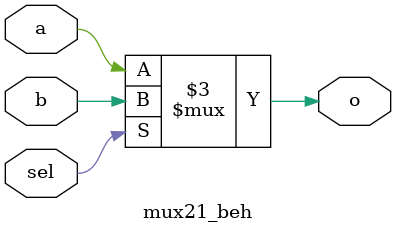
<source format=sv>
`timescale 1ns / 1ps


module mux21_beh(
    input logic  a,
    input logic b,
    input logic sel,
    output logic o
    );
    always_comb
    begin
    if (sel)
    o = b;
    else
    o=a;
    end
       
endmodule

</source>
